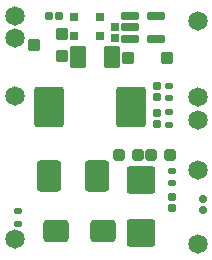
<source format=gts>
G04*
G04 #@! TF.GenerationSoftware,Altium Limited,Altium Designer,22.9.1 (49)*
G04*
G04 Layer_Color=8388736*
%FSLAX25Y25*%
%MOIN*%
G70*
G04*
G04 #@! TF.SameCoordinates,8D543CD6-7AF1-4966-96E4-A8ABC0BAE417*
G04*
G04*
G04 #@! TF.FilePolarity,Negative*
G04*
G01*
G75*
G04:AMPARAMS|DCode=35|XSize=80.32mil|YSize=103.94mil|CornerRadius=10.24mil|HoleSize=0mil|Usage=FLASHONLY|Rotation=0.000|XOffset=0mil|YOffset=0mil|HoleType=Round|Shape=RoundedRectangle|*
%AMROUNDEDRECTD35*
21,1,0.08032,0.08346,0,0,0.0*
21,1,0.05984,0.10394,0,0,0.0*
1,1,0.02047,0.02992,-0.04173*
1,1,0.02047,-0.02992,-0.04173*
1,1,0.02047,-0.02992,0.04173*
1,1,0.02047,0.02992,0.04173*
%
%ADD35ROUNDEDRECTD35*%
G04:AMPARAMS|DCode=36|XSize=92.13mil|YSize=96.06mil|CornerRadius=11.42mil|HoleSize=0mil|Usage=FLASHONLY|Rotation=270.000|XOffset=0mil|YOffset=0mil|HoleType=Round|Shape=RoundedRectangle|*
%AMROUNDEDRECTD36*
21,1,0.09213,0.07323,0,0,270.0*
21,1,0.06929,0.09606,0,0,270.0*
1,1,0.02284,-0.03661,-0.03465*
1,1,0.02284,-0.03661,0.03465*
1,1,0.02284,0.03661,0.03465*
1,1,0.02284,0.03661,-0.03465*
%
%ADD36ROUNDEDRECTD36*%
G04:AMPARAMS|DCode=37|XSize=84.25mil|YSize=72.44mil|CornerRadius=9.45mil|HoleSize=0mil|Usage=FLASHONLY|Rotation=180.000|XOffset=0mil|YOffset=0mil|HoleType=Round|Shape=RoundedRectangle|*
%AMROUNDEDRECTD37*
21,1,0.08425,0.05354,0,0,180.0*
21,1,0.06535,0.07244,0,0,180.0*
1,1,0.01890,-0.03268,0.02677*
1,1,0.01890,0.03268,0.02677*
1,1,0.01890,0.03268,-0.02677*
1,1,0.01890,-0.03268,-0.02677*
%
%ADD37ROUNDEDRECTD37*%
G04:AMPARAMS|DCode=38|XSize=40.95mil|YSize=42.91mil|CornerRadius=6.3mil|HoleSize=0mil|Usage=FLASHONLY|Rotation=90.000|XOffset=0mil|YOffset=0mil|HoleType=Round|Shape=RoundedRectangle|*
%AMROUNDEDRECTD38*
21,1,0.04095,0.03032,0,0,90.0*
21,1,0.02835,0.04291,0,0,90.0*
1,1,0.01260,0.01516,0.01417*
1,1,0.01260,0.01516,-0.01417*
1,1,0.01260,-0.01516,-0.01417*
1,1,0.01260,-0.01516,0.01417*
%
%ADD38ROUNDEDRECTD38*%
G04:AMPARAMS|DCode=39|XSize=40.95mil|YSize=42.91mil|CornerRadius=6.3mil|HoleSize=0mil|Usage=FLASHONLY|Rotation=90.000|XOffset=0mil|YOffset=0mil|HoleType=Round|Shape=RoundedRectangle|*
%AMROUNDEDRECTD39*
21,1,0.04095,0.03032,0,0,90.0*
21,1,0.02835,0.04291,0,0,90.0*
1,1,0.01260,0.01516,0.01417*
1,1,0.01260,0.01516,-0.01417*
1,1,0.01260,-0.01516,-0.01417*
1,1,0.01260,-0.01516,0.01417*
%
%ADD39ROUNDEDRECTD39*%
G04:AMPARAMS|DCode=40|XSize=27.17mil|YSize=62.6mil|CornerRadius=4.92mil|HoleSize=0mil|Usage=FLASHONLY|Rotation=270.000|XOffset=0mil|YOffset=0mil|HoleType=Round|Shape=RoundedRectangle|*
%AMROUNDEDRECTD40*
21,1,0.02717,0.05276,0,0,270.0*
21,1,0.01732,0.06260,0,0,270.0*
1,1,0.00984,-0.02638,-0.00866*
1,1,0.00984,-0.02638,0.00866*
1,1,0.00984,0.02638,0.00866*
1,1,0.00984,0.02638,-0.00866*
%
%ADD40ROUNDEDRECTD40*%
G04:AMPARAMS|DCode=41|XSize=27.17mil|YSize=62.6mil|CornerRadius=4.92mil|HoleSize=0mil|Usage=FLASHONLY|Rotation=270.000|XOffset=0mil|YOffset=0mil|HoleType=Round|Shape=RoundedRectangle|*
%AMROUNDEDRECTD41*
21,1,0.02717,0.05276,0,0,270.0*
21,1,0.01732,0.06260,0,0,270.0*
1,1,0.00984,-0.02638,-0.00866*
1,1,0.00984,-0.02638,0.00866*
1,1,0.00984,0.02638,0.00866*
1,1,0.00984,0.02638,-0.00866*
%
%ADD41ROUNDEDRECTD41*%
G04:AMPARAMS|DCode=42|XSize=41.34mil|YSize=38.98mil|CornerRadius=6.1mil|HoleSize=0mil|Usage=FLASHONLY|Rotation=0.000|XOffset=0mil|YOffset=0mil|HoleType=Round|Shape=RoundedRectangle|*
%AMROUNDEDRECTD42*
21,1,0.04134,0.02677,0,0,0.0*
21,1,0.02913,0.03898,0,0,0.0*
1,1,0.01221,0.01457,-0.01339*
1,1,0.01221,-0.01457,-0.01339*
1,1,0.01221,-0.01457,0.01339*
1,1,0.01221,0.01457,0.01339*
%
%ADD42ROUNDEDRECTD42*%
G04:AMPARAMS|DCode=43|XSize=100mil|YSize=135.43mil|CornerRadius=12.21mil|HoleSize=0mil|Usage=FLASHONLY|Rotation=0.000|XOffset=0mil|YOffset=0mil|HoleType=Round|Shape=RoundedRectangle|*
%AMROUNDEDRECTD43*
21,1,0.10000,0.11102,0,0,0.0*
21,1,0.07559,0.13543,0,0,0.0*
1,1,0.02441,0.03780,-0.05551*
1,1,0.02441,-0.03780,-0.05551*
1,1,0.02441,-0.03780,0.05551*
1,1,0.02441,0.03780,0.05551*
%
%ADD43ROUNDEDRECTD43*%
G04:AMPARAMS|DCode=44|XSize=76.38mil|YSize=50.79mil|CornerRadius=7.28mil|HoleSize=0mil|Usage=FLASHONLY|Rotation=90.000|XOffset=0mil|YOffset=0mil|HoleType=Round|Shape=RoundedRectangle|*
%AMROUNDEDRECTD44*
21,1,0.07638,0.03622,0,0,90.0*
21,1,0.06181,0.05079,0,0,90.0*
1,1,0.01457,0.01811,0.03091*
1,1,0.01457,0.01811,-0.03091*
1,1,0.01457,-0.01811,-0.03091*
1,1,0.01457,-0.01811,0.03091*
%
%ADD44ROUNDEDRECTD44*%
G04:AMPARAMS|DCode=45|XSize=38.98mil|YSize=38.98mil|CornerRadius=6.1mil|HoleSize=0mil|Usage=FLASHONLY|Rotation=0.000|XOffset=0mil|YOffset=0mil|HoleType=Round|Shape=RoundedRectangle|*
%AMROUNDEDRECTD45*
21,1,0.03898,0.02677,0,0,0.0*
21,1,0.02677,0.03898,0,0,0.0*
1,1,0.01221,0.01339,-0.01339*
1,1,0.01221,-0.01339,-0.01339*
1,1,0.01221,-0.01339,0.01339*
1,1,0.01221,0.01339,0.01339*
%
%ADD45ROUNDEDRECTD45*%
G04:AMPARAMS|DCode=46|XSize=21.26mil|YSize=25.2mil|CornerRadius=4.33mil|HoleSize=0mil|Usage=FLASHONLY|Rotation=270.000|XOffset=0mil|YOffset=0mil|HoleType=Round|Shape=RoundedRectangle|*
%AMROUNDEDRECTD46*
21,1,0.02126,0.01654,0,0,270.0*
21,1,0.01260,0.02520,0,0,270.0*
1,1,0.00866,-0.00827,-0.00630*
1,1,0.00866,-0.00827,0.00630*
1,1,0.00866,0.00827,0.00630*
1,1,0.00866,0.00827,-0.00630*
%
%ADD46ROUNDEDRECTD46*%
G04:AMPARAMS|DCode=47|XSize=29.13mil|YSize=29.13mil|CornerRadius=5.12mil|HoleSize=0mil|Usage=FLASHONLY|Rotation=90.000|XOffset=0mil|YOffset=0mil|HoleType=Round|Shape=RoundedRectangle|*
%AMROUNDEDRECTD47*
21,1,0.02913,0.01890,0,0,90.0*
21,1,0.01890,0.02913,0,0,90.0*
1,1,0.01024,0.00945,0.00945*
1,1,0.01024,0.00945,-0.00945*
1,1,0.01024,-0.00945,-0.00945*
1,1,0.01024,-0.00945,0.00945*
%
%ADD47ROUNDEDRECTD47*%
G04:AMPARAMS|DCode=48|XSize=25.2mil|YSize=29.13mil|CornerRadius=4.72mil|HoleSize=0mil|Usage=FLASHONLY|Rotation=0.000|XOffset=0mil|YOffset=0mil|HoleType=Round|Shape=RoundedRectangle|*
%AMROUNDEDRECTD48*
21,1,0.02520,0.01968,0,0,0.0*
21,1,0.01575,0.02913,0,0,0.0*
1,1,0.00945,0.00787,-0.00984*
1,1,0.00945,-0.00787,-0.00984*
1,1,0.00945,-0.00787,0.00984*
1,1,0.00945,0.00787,0.00984*
%
%ADD48ROUNDEDRECTD48*%
G04:AMPARAMS|DCode=49|XSize=25.2mil|YSize=29.13mil|CornerRadius=4.72mil|HoleSize=0mil|Usage=FLASHONLY|Rotation=270.000|XOffset=0mil|YOffset=0mil|HoleType=Round|Shape=RoundedRectangle|*
%AMROUNDEDRECTD49*
21,1,0.02520,0.01968,0,0,270.0*
21,1,0.01575,0.02913,0,0,270.0*
1,1,0.00945,-0.00984,-0.00787*
1,1,0.00945,-0.00984,0.00787*
1,1,0.00945,0.00984,0.00787*
1,1,0.00945,0.00984,-0.00787*
%
%ADD49ROUNDEDRECTD49*%
%ADD50C,0.02913*%
%ADD51C,0.06457*%
D35*
X14370Y25591D02*
D03*
X30512D02*
D03*
D36*
X45079Y24367D02*
D03*
Y6650D02*
D03*
D37*
X16535Y7480D02*
D03*
X32283D02*
D03*
D38*
X18596Y65518D02*
D03*
X9344Y69258D02*
D03*
D39*
X18596Y72998D02*
D03*
D40*
X49895Y78937D02*
D03*
Y71457D02*
D03*
X41431D02*
D03*
Y75197D02*
D03*
D41*
X41431Y78937D02*
D03*
D42*
X40755Y64936D02*
D03*
X53747D02*
D03*
D43*
X41752Y48819D02*
D03*
X14390D02*
D03*
D44*
X24043Y65224D02*
D03*
X35461D02*
D03*
D45*
X48425Y32677D02*
D03*
X54646D02*
D03*
X37835D02*
D03*
X44055D02*
D03*
D46*
X3969Y13922D02*
D03*
Y9788D02*
D03*
X54524Y55796D02*
D03*
Y51662D02*
D03*
Y42815D02*
D03*
Y46949D02*
D03*
X55416Y23166D02*
D03*
Y27300D02*
D03*
D47*
X36313Y75444D02*
D03*
Y71507D02*
D03*
X31299Y72409D02*
D03*
X22638D02*
D03*
X31299Y78806D02*
D03*
X22638D02*
D03*
D48*
X17809Y78937D02*
D03*
X14265D02*
D03*
D49*
X50266Y52055D02*
D03*
Y55599D02*
D03*
Y43012D02*
D03*
Y46555D02*
D03*
X55416Y18543D02*
D03*
Y14999D02*
D03*
D50*
X65748Y18110D02*
D03*
Y14173D02*
D03*
D51*
X2953Y71653D02*
D03*
Y4724D02*
D03*
Y52165D02*
D03*
X63976Y51968D02*
D03*
Y77165D02*
D03*
Y27559D02*
D03*
Y44488D02*
D03*
Y2953D02*
D03*
X2953Y78937D02*
D03*
M02*

</source>
